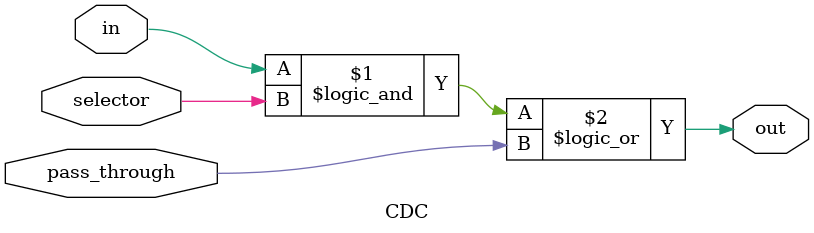
<source format=v>
`timescale 1ns / 1ps


module CDC(
    input selector,
    input in,
    input pass_through,
    output out
    );

	assign out = (in && selector) || pass_through;

endmodule

</source>
